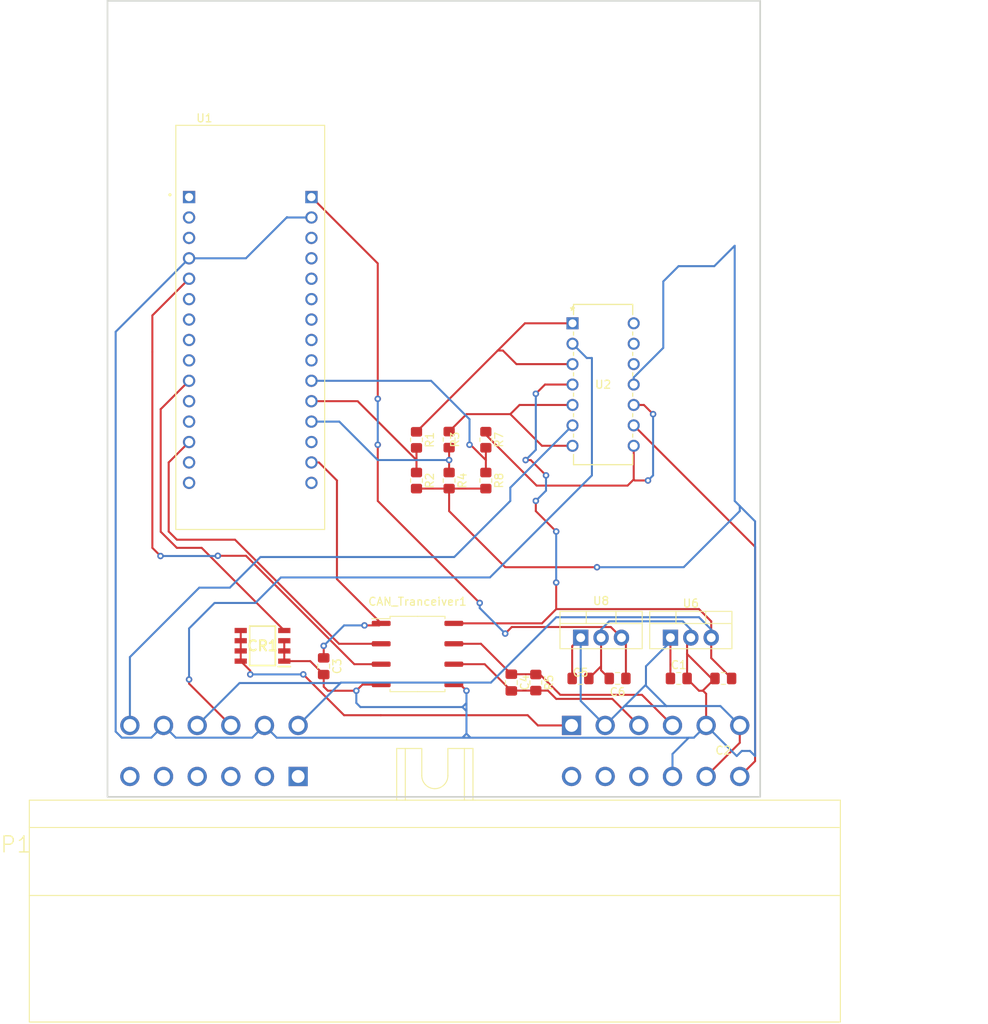
<source format=kicad_pcb>
(kicad_pcb (version 20221018) (generator pcbnew)
  (layers (0 "F.Cu" signal) (31 "B.Cu" signal) (34 "B.Paste" user) (35 "F.Paste" user) (36 "B.SilkS" user "B.Silkscreen") (37 "F.SilkS" user "F.Silkscreen") (38 "B.Mask" user) (39 "F.Mask" user) (44 "Edge.Cuts" user))
  (net 0 "")
  (net 1 "+12V")
  (net 2 "GND")
  (net 3 "+3.3V")
  (net 4 "/CANH")
  (net 5 "/CANL")
  (net 6 "/D10 OUT")
  (net 7 "/D2 OUT")
  (net 8 "/RTDS Control")
  (net 9 "/RTDS GND")
  (net 10 "+5V")
  (net 11 "+9V")
  (net 12 "/OUT2")
  (net 13 "/OUT1")
  (net 14 "/Brake Sensor")
  (net 15 "/LED")
  (net 16 "Net-(U2A-+)")
  (net 17 "/OUT1*")
  (net 27 "Net-(U2B-+)")
  (net 28 "/OUT2*")
  (net 29 "Net-(U2C-+)")
  (net 30 "/Brake Sensor*")
  (footprint "Package_TO_SOT_THT:TO-220-3_Vertical" (layer "F.Cu") (at 240.284 114.808)
    (fp_text reference "U6" (at 2.54 -4.27) (layer "F.SilkS"))
    (fp_text value "LM7805_TO220")
    (pad "1" thru_hole rect (at 0 0) (size 1.905 2) (drill 1.1) (layers "*.Cu" "*.Mask") (net 1 "+12V"))
    (pad "2" thru_hole oval (at 2.54 0) (size 1.905 2) (drill 1.1) (layers "*.Cu" "*.Mask") (net 2 "GND"))
    (pad "3" thru_hole oval (at 5.08 0) (size 1.905 2) (drill 1.1) (layers "*.Cu" "*.Mask") (net 10 "+5V"))
  )
  (footprint "Capacitor_SMD:C_0805_2012Metric_Pad1.18x1.45mm_HandSolder" (layer "F.Cu") (at 233.7015 119.888 180)
    (fp_text reference "C6" (at 0 -1.68) (layer "F.SilkS"))
    (fp_text value "0.1 mF")
    (pad "1" smd roundrect (at -1.0375 0 180) (size 1.175 1.45) (layers "F.Cu" "F.Paste" "F.Mask") (roundrect_rratio 0.212766) (net 11 "+9V"))
    (pad "2" smd roundrect (at 1.0375 0 180) (size 1.175 1.45) (layers "F.Cu" "F.Paste" "F.Mask") (roundrect_rratio 0.212766) (net 2 "GND"))
  )
  (footprint "1FS_2_Global_Footprint_Library:MODULE_NUCLEO-L432KC" (layer "F.Cu") (at 187.96 76.2)
    (fp_text reference "U1" (at -5.715 -26.035) (layer "F.SilkS"))
    (fp_text value "NUCLEO-L432KC")
    (pad "CN3_1" thru_hole rect (at -7.62 -16.215) (size 1.53 1.53) (drill 1.02) (layers "*.Cu" "*.Mask"))
    (pad "CN3_2" thru_hole circle (at -7.62 -13.675) (size 1.53 1.53) (drill 1.02) (layers "*.Cu" "*.Mask"))
    (pad "CN3_3" thru_hole circle (at -7.62 -11.135) (size 1.53 1.53) (drill 1.02) (layers "*.Cu" "*.Mask"))
    (pad "CN3_4" thru_hole circle (at -7.62 -8.595) (size 1.53 1.53) (drill 1.02) (layers "*.Cu" "*.Mask") (net 2 "GND"))
    (pad "CN3_5" thru_hole circle (at -7.62 -6.055) (size 1.53 1.53) (drill 1.02) (layers "*.Cu" "*.Mask") (net 7 "/D2 OUT"))
    (pad "CN3_6" thru_hole circle (at -7.62 -3.515) (size 1.53 1.53) (drill 1.02) (layers "*.Cu" "*.Mask") (net 15 "/LED"))
    (pad "CN3_7" thru_hole circle (at -7.62 -0.975) (size 1.53 1.53) (drill 1.02) (layers "*.Cu" "*.Mask"))
    (pad "CN3_8" thru_hole circle (at -7.62 1.565) (size 1.53 1.53) (drill 1.02) (layers "*.Cu" "*.Mask"))
    (pad "CN3_9" thru_hole circle (at -7.62 4.105) (size 1.53 1.53) (drill 1.02) (layers "*.Cu" "*.Mask"))
    (pad "CN3_10" thru_hole circle (at -7.62 6.645) (size 1.53 1.53) (drill 1.02) (layers "*.Cu" "*.Mask") (net 8 "/RTDS Control"))
    (pad "CN3_11" thru_hole circle (at -7.62 9.185) (size 1.53 1.53) (drill 1.02) (layers "*.Cu" "*.Mask"))
    (pad "CN3_12" thru_hole circle (at -7.62 11.725) (size 1.53 1.53) (drill 1.02) (layers "*.Cu" "*.Mask"))
    (pad "CN3_13" thru_hole circle (at -7.62 14.265) (size 1.53 1.53) (drill 1.02) (layers "*.Cu" "*.Mask") (net 6 "/D10 OUT"))
    (pad "CN3_14" thru_hole circle (at -7.62 16.805) (size 1.53 1.53) (drill 1.02) (layers "*.Cu" "*.Mask"))
    (pad "CN3_15" thru_hole circle (at -7.62 19.345) (size 1.53 1.53) (drill 1.02) (layers "*.Cu" "*.Mask"))
    (pad "CN4_1" thru_hole rect (at 7.62 -16.215) (size 1.53 1.53) (drill 1.02) (layers "*.Cu" "*.Mask") (net 11 "+9V"))
    (pad "CN4_2" thru_hole circle (at 7.62 -13.675) (size 1.53 1.53) (drill 1.02) (layers "*.Cu" "*.Mask") (net 2 "GND"))
    (pad "CN4_3" thru_hole circle (at 7.62 -11.135) (size 1.53 1.53) (drill 1.02) (layers "*.Cu" "*.Mask"))
    (pad "CN4_4" thru_hole circle (at 7.62 -8.595) (size 1.53 1.53) (drill 1.02) (layers "*.Cu" "*.Mask"))
    (pad "CN4_5" thru_hole circle (at 7.62 -6.055) (size 1.53 1.53) (drill 1.02) (layers "*.Cu" "*.Mask"))
    (pad "CN4_6" thru_hole circle (at 7.62 -3.515) (size 1.53 1.53) (drill 1.02) (layers "*.Cu" "*.Mask"))
    (pad "CN4_7" thru_hole circle (at 7.62 -0.975) (size 1.53 1.53) (drill 1.02) (layers "*.Cu" "*.Mask"))
    (pad "CN4_8" thru_hole circle (at 7.62 1.565) (size 1.53 1.53) (drill 1.02) (layers "*.Cu" "*.Mask"))
    (pad "CN4_9" thru_hole circle (at 7.62 4.105) (size 1.53 1.53) (drill 1.02) (layers "*.Cu" "*.Mask"))
    (pad "CN4_10" thru_hole circle (at 7.62 6.645) (size 1.53 1.53) (drill 1.02) (layers "*.Cu" "*.Mask") (net 30 "/Brake Sensor*"))
    (pad "CN4_11" thru_hole circle (at 7.62 9.185) (size 1.53 1.53) (drill 1.02) (layers "*.Cu" "*.Mask") (net 17 "/OUT1*"))
    (pad "CN4_12" thru_hole circle (at 7.62 11.725) (size 1.53 1.53) (drill 1.02) (layers "*.Cu" "*.Mask") (net 28 "/OUT2*"))
    (pad "CN4_13" thru_hole circle (at 7.62 14.265) (size 1.53 1.53) (drill 1.02) (layers "*.Cu" "*.Mask"))
    (pad "CN4_14" thru_hole circle (at 7.62 16.805) (size 1.53 1.53) (drill 1.02) (layers "*.Cu" "*.Mask") (net 3 "+3.3V"))
    (pad "CN4_15" thru_hole circle (at 7.62 19.345) (size 1.53 1.53) (drill 1.02) (layers "*.Cu" "*.Mask"))
  )
  (footprint "Package_SO:SOP-8_6.62x9.15mm_P2.54mm" (layer "F.Cu") (at 208.788 116.84)
    (fp_text reference "CAN_Tranceiver1" (at 0 -6.52) (layer "F.SilkS"))
    (fp_text value "ISO1050DUB")
    (pad "1" smd roundrect (at -4.525 -3.81) (size 2.35 0.65) (layers "F.Cu" "F.Paste" "F.Mask") (net 3 "+3.3V"))
    (pad "2" smd roundrect (at -4.525 -1.27) (size 2.35 0.65) (layers "F.Cu" "F.Paste" "F.Mask") (net 6 "/D10 OUT"))
    (pad "3" smd roundrect (at -4.525 1.27) (size 2.35 0.65) (layers "F.Cu" "F.Paste" "F.Mask") (net 7 "/D2 OUT"))
    (pad "4" smd roundrect (at -4.525 3.81) (size 2.35 0.65) (layers "F.Cu" "F.Paste" "F.Mask") (net 2 "GND"))
    (pad "5" smd roundrect (at 4.525 3.81) (size 2.35 0.65) (layers "F.Cu" "F.Paste" "F.Mask") (net 2 "GND"))
    (pad "6" smd roundrect (at 4.525 1.27) (size 2.35 0.65) (layers "F.Cu" "F.Paste" "F.Mask") (net 5 "/CANL"))
    (pad "7" smd roundrect (at 4.525 -1.27) (size 2.35 0.65) (layers "F.Cu" "F.Paste" "F.Mask") (net 4 "/CANH"))
    (pad "8" smd roundrect (at 4.525 -3.81) (size 2.35 0.65) (layers "F.Cu" "F.Paste" "F.Mask") (net 10 "+5V"))
  )
  (footprint "Resistor_SMD:R_0805_2012Metric_Pad1.20x1.40mm_HandSolder" (layer "F.Cu") (at 217.297 95.258 -90)
    (fp_text reference "R8" (at 0 -1.65 90) (layer "F.SilkS"))
    (fp_text value "330kO")
    (pad "1" smd roundrect (at -1 0 270) (size 1.2 1.4) (layers "F.Cu" "F.Paste" "F.Mask") (roundrect_rratio 0.208333) (net 30 "/Brake Sensor*"))
    (pad "2" smd roundrect (at 1 0 270) (size 1.2 1.4) (layers "F.Cu" "F.Paste" "F.Mask") (roundrect_rratio 0.208333) (net 2 "GND"))
  )
  (footprint "Resistor_SMD:R_0805_2012Metric_Pad1.20x1.40mm_HandSolder" (layer "F.Cu") (at 208.661 90.194 -90)
    (fp_text reference "R1" (at 0 -1.65 90) (layer "F.SilkS"))
    (fp_text value "180kO")
    (pad "1" smd roundrect (at -1 0 270) (size 1.2 1.4) (layers "F.Cu" "F.Paste" "F.Mask") (roundrect_rratio 0.208333) (net 16 "Net-(U2A-+)"))
    (pad "2" smd roundrect (at 1 0 270) (size 1.2 1.4) (layers "F.Cu" "F.Paste" "F.Mask") (roundrect_rratio 0.208333) (net 17 "/OUT1*"))
  )
  (footprint "Resistor_SMD:R_0805_2012Metric_Pad1.20x1.40mm_HandSolder" (layer "F.Cu") (at 223.52 120.396 -90)
    (fp_text reference "R5" (at 0 -1.65 90) (layer "F.SilkS"))
    (fp_text value "120 O")
    (pad "1" smd roundrect (at -1 0 270) (size 1.2 1.4) (layers "F.Cu" "F.Paste" "F.Mask") (roundrect_rratio 0.208333) (net 4 "/CANH"))
    (pad "2" smd roundrect (at 1 0 270) (size 1.2 1.4) (layers "F.Cu" "F.Paste" "F.Mask") (roundrect_rratio 0.208333) (net 5 "/CANL"))
  )
  (footprint "Capacitor_SMD:C_0805_2012Metric_Pad1.18x1.45mm_HandSolder" (layer "F.Cu") (at 246.8665 119.888 180)
    (fp_text reference "C2" (at 0 -8.96) (layer "F.SilkS"))
    (fp_text value "0.1 mF")
    (pad "1" smd roundrect (at -1.0375 0 180) (size 1.175 1.45) (layers "F.Cu" "F.Paste" "F.Mask") (roundrect_rratio 0.212766) (net 10 "+5V"))
    (pad "2" smd roundrect (at 1.0375 0 180) (size 1.175 1.45) (layers "F.Cu" "F.Paste" "F.Mask") (roundrect_rratio 0.212766) (net 2 "GND"))
  )
  (footprint "1FS_2_Global_Footprint_Library:TE_DTM1312PC12PDR008" (layer "F.Cu") (at 210.945 130.12)
    (fp_text reference "P1" (at -52.16863 10.42965) (layer "F.SilkS") (effects (font (size 2.005717 2.005717))))
    (fp_text value "DTM1312PC12PDR008")
    (pad "C1" thru_hole rect (at -17.025 1.96) (size 2.4 2.4) (drill 1.6) (layers "*.Cu" "*.Mask"))
    (pad "C2" thru_hole circle (at -21.215 1.96) (size 2.4 2.4) (drill 1.6) (layers "*.Cu" "*.Mask"))
    (pad "C3" thru_hole circle (at -25.405 1.96) (size 2.4 2.4) (drill 1.6) (layers "*.Cu" "*.Mask"))
    (pad "C4" thru_hole circle (at -29.595 1.96) (size 2.4 2.4) (drill 1.6) (layers "*.Cu" "*.Mask"))
    (pad "C5" thru_hole circle (at -33.785 1.96) (size 2.4 2.4) (drill 1.6) (layers "*.Cu" "*.Mask"))
    (pad "C6" thru_hole circle (at -37.975 1.96) (size 2.4 2.4) (drill 1.6) (layers "*.Cu" "*.Mask"))
    (pad "C7" thru_hole circle (at -37.975 -4.39) (size 2.4 2.4) (drill 1.6) (layers "*.Cu" "*.Mask") (net 12 "/OUT2"))
    (pad "C8" thru_hole circle (at -33.785 -4.39) (size 2.4 2.4) (drill 1.6) (layers "*.Cu" "*.Mask") (net 2 "GND"))
    (pad "C9" thru_hole circle (at -29.595 -4.39) (size 2.4 2.4) (drill 1.6) (layers "*.Cu" "*.Mask") (net 10 "+5V"))
    (pad "C10" thru_hole circle (at -25.405 -4.39) (size 2.4 2.4) (drill 1.6) (layers "*.Cu" "*.Mask") (net 13 "/OUT1"))
    (pad "C11" thru_hole circle (at -21.215 -4.39) (size 2.4 2.4) (drill 1.6) (layers "*.Cu" "*.Mask") (net 2 "GND"))
    (pad "C12" thru_hole circle (at -17.025 -4.39) (size 2.4 2.4) (drill 1.6) (layers "*.Cu" "*.Mask") (net 10 "+5V"))
    (pad "D1" thru_hole rect (at 17.025 -4.39) (size 2.4 2.4) (drill 1.6) (layers "*.Cu" "*.Mask") (net 9 "/RTDS GND"))
    (pad "D2" thru_hole circle (at 21.215 -4.39) (size 2.4 2.4) (drill 1.6) (layers "*.Cu" "*.Mask") (net 1 "+12V"))
    (pad "D3" thru_hole circle (at 25.405 -4.39) (size 2.4 2.4) (drill 1.6) (layers "*.Cu" "*.Mask") (net 5 "/CANL"))
    (pad "D4" thru_hole circle (at 29.595 -4.39) (size 2.4 2.4) (drill 1.6) (layers "*.Cu" "*.Mask") (net 4 "/CANH"))
    (pad "D5" thru_hole circle (at 33.785 -4.39) (size 2.4 2.4) (drill 1.6) (layers "*.Cu" "*.Mask") (net 2 "GND"))
    (pad "D6" thru_hole circle (at 37.975 -4.39) (size 2.4 2.4) (drill 1.6) (layers "*.Cu" "*.Mask") (net 1 "+12V"))
    (pad "D7" thru_hole circle (at 37.975 1.96) (size 2.4 2.4) (drill 1.6) (layers "*.Cu" "*.Mask") (net 14 "/Brake Sensor"))
    (pad "D8" thru_hole circle (at 33.785 1.96) (size 2.4 2.4) (drill 1.6) (layers "*.Cu" "*.Mask") (net 1 "+12V"))
    (pad "D9" thru_hole circle (at 29.595 1.96) (size 2.4 2.4) (drill 1.6) (layers "*.Cu" "*.Mask") (net 2 "GND"))
    (pad "D10" thru_hole circle (at 25.405 1.96) (size 2.4 2.4) (drill 1.6) (layers "*.Cu" "*.Mask"))
    (pad "D11" thru_hole circle (at 21.215 1.96) (size 2.4 2.4) (drill 1.6) (layers "*.Cu" "*.Mask"))
    (pad "D12" thru_hole circle (at 17.025 1.96) (size 2.4 2.4) (drill 1.6) (layers "*.Cu" "*.Mask"))
  )
  (footprint "Capacitor_SMD:C_0805_2012Metric_Pad1.18x1.45mm_HandSolder" (layer "F.Cu") (at 241.3215 119.888)
    (fp_text reference "C1" (at 0 -1.68) (layer "F.SilkS"))
    (fp_text value "0.33 mF")
    (pad "1" smd roundrect (at -1.0375 0) (size 1.175 1.45) (layers "F.Cu" "F.Paste" "F.Mask") (roundrect_rratio 0.212766) (net 1 "+12V"))
    (pad "2" smd roundrect (at 1.0375 0) (size 1.175 1.45) (layers "F.Cu" "F.Paste" "F.Mask") (roundrect_rratio 0.212766) (net 2 "GND"))
  )
  (footprint "Capacitor_SMD:C_0805_2012Metric_Pad1.18x1.45mm_HandSolder" (layer "F.Cu") (at 220.472 120.396 -90)
    (fp_text reference "C4" (at 0 -1.68 90) (layer "F.SilkS"))
    (fp_text value "100nF")
    (pad "1" smd roundrect (at -1.0375 0 270) (size 1.175 1.45) (layers "F.Cu" "F.Paste" "F.Mask") (roundrect_rratio 0.212766) (net 4 "/CANH"))
    (pad "2" smd roundrect (at 1.0375 0 270) (size 1.175 1.45) (layers "F.Cu" "F.Paste" "F.Mask") (roundrect_rratio 0.212766) (net 5 "/CANL"))
  )
  (footprint "FSFootprints:PDIP14_300MC_MCH" (layer "F.Cu") (at 228.092 75.692)
    (fp_text reference "U2" (at 3.81 7.62 unlocked) (layer "F.SilkS"))
    (fp_text value "MCP6004")
    (fp_text user "*" (at 0 -1.5113 unlocked) (layer "F.SilkS"))
    (fp_text user "*" (at 0 -1.5113) (layer "F.SilkS"))
    (pad "1" thru_hole rect (at 0 0) (size 1.4986 1.4986) (drill 0.9906) (layers "*.Cu" "*.Mask") (net 16 "Net-(U2A-+)"))
    (pad "2" thru_hole circle (at 0 2.54) (size 1.4986 1.4986) (drill 0.9906) (layers "*.Cu" "*.Mask") (net 13 "/OUT1"))
    (pad "3" thru_hole circle (at 0 5.08) (size 1.4986 1.4986) (drill 0.9906) (layers "*.Cu" "*.Mask") (net 16 "Net-(U2A-+)"))
    (pad "4" thru_hole circle (at 0 7.62) (size 1.4986 1.4986) (drill 0.9906) (layers "*.Cu" "*.Mask") (net 10 "+5V"))
    (pad "5" thru_hole circle (at 0 10.16) (size 1.4986 1.4986) (drill 0.9906) (layers "*.Cu" "*.Mask") (net 27 "Net-(U2B-+)"))
    (pad "6" thru_hole circle (at 0 12.7) (size 1.4986 1.4986) (drill 0.9906) (layers "*.Cu" "*.Mask") (net 12 "/OUT2"))
    (pad "7" thru_hole circle (at 0 15.24) (size 1.4986 1.4986) (drill 0.9906) (layers "*.Cu" "*.Mask") (net 27 "Net-(U2B-+)"))
    (pad "8" thru_hole circle (at 7.62 15.24) (size 1.4986 1.4986) (drill 0.9906) (layers "*.Cu" "*.Mask") (net 29 "Net-(U2C-+)"))
    (pad "9" thru_hole circle (at 7.62 12.7) (size 1.4986 1.4986) (drill 0.9906) (layers "*.Cu" "*.Mask") (net 14 "/Brake Sensor"))
    (pad "10" thru_hole circle (at 7.62 10.16) (size 1.4986 1.4986) (drill 0.9906) (layers "*.Cu" "*.Mask") (net 29 "Net-(U2C-+)"))
    (pad "11" thru_hole circle (at 7.62 7.62) (size 1.4986 1.4986) (drill 0.9906) (layers "*.Cu" "*.Mask") (net 2 "GND"))
    (pad "12" thru_hole circle (at 7.62 5.08) (size 1.4986 1.4986) (drill 0.9906) (layers "*.Cu" "*.Mask"))
    (pad "13" thru_hole circle (at 7.62 2.54) (size 1.4986 1.4986) (drill 0.9906) (layers "*.Cu" "*.Mask"))
    (pad "14" thru_hole circle (at 7.62 0) (size 1.4986 1.4986) (drill 0.9906) (layers "*.Cu" "*.Mask"))
  )
  (footprint "Resistor_SMD:R_0805_2012Metric_Pad1.20x1.40mm_HandSolder" (layer "F.Cu") (at 212.725 90.162 -90)
    (fp_text reference "R3" (at 0 -0.735 90) (layer "F.SilkS"))
    (fp_text value "180kO")
    (pad "1" smd roundrect (at -1 0 270) (size 1.2 1.4) (layers "F.Cu" "F.Paste" "F.Mask") (roundrect_rratio 0.208333) (net 27 "Net-(U2B-+)"))
    (pad "2" smd roundrect (at 1 0 270) (size 1.2 1.4) (layers "F.Cu" "F.Paste" "F.Mask") (roundrect_rratio 0.208333) (net 28 "/OUT2*"))
  )
  (footprint "Capacitor_SMD:C_0805_2012Metric_Pad1.18x1.45mm_HandSolder" (layer "F.Cu") (at 229.0865 119.888)
    (fp_text reference "C5" (at 0 -0.735) (layer "F.SilkS"))
    (fp_text value "0.33mF")
    (pad "1" smd roundrect (at -1.0375 0) (size 1.175 1.45) (layers "F.Cu" "F.Paste" "F.Mask") (roundrect_rratio 0.212766) (net 1 "+12V"))
    (pad "2" smd roundrect (at 1.0375 0) (size 1.175 1.45) (layers "F.Cu" "F.Paste" "F.Mask") (roundrect_rratio 0.212766) (net 2 "GND"))
  )
  (footprint "Capacitor_SMD:C_0805_2012Metric_Pad1.18x1.45mm_HandSolder" (layer "F.Cu") (at 197.104 118.364 -90)
    (fp_text reference "C3" (at 0 -1.68 90) (layer "F.SilkS"))
    (fp_text value "100nF")
    (pad "1" smd roundrect (at -1.0375 0 270) (size 1.175 1.45) (layers "F.Cu" "F.Paste" "F.Mask") (roundrect_rratio 0.212766) (net 3 "+3.3V"))
    (pad "2" smd roundrect (at 1.0375 0 270) (size 1.175 1.45) (layers "F.Cu" "F.Paste" "F.Mask") (roundrect_rratio 0.212766) (net 2 "GND"))
  )
  (footprint "Resistor_SMD:R_0805_2012Metric_Pad1.20x1.40mm_HandSolder" (layer "F.Cu") (at 217.297 90.178 -90)
    (fp_text reference "R7" (at 0 -1.65 90) (layer "F.SilkS"))
    (fp_text value "180kO")
    (pad "1" smd roundrect (at -1 0 270) (size 1.2 1.4) (layers "F.Cu" "F.Paste" "F.Mask") (roundrect_rratio 0.208333) (net 29 "Net-(U2C-+)"))
    (pad "2" smd roundrect (at 1 0 270) (size 1.2 1.4) (layers "F.Cu" "F.Paste" "F.Mask") (roundrect_rratio 0.208333) (net 30 "/Brake Sensor*"))
  )
  (footprint "1FS_2_Global_Footprint_Library:SOIC127P600X175-8N" (layer "F.Cu") (at 189.484 115.824 180)
    (fp_text reference "CR1" (at 0 0) (layer "F.SilkS") (effects (font (size 1.27 1.27) (thickness 0.254))))
    (fp_text value "STS6NF20V" hide)
    (pad "1" smd rect (at -2.712 -1.905 270) (size 0.65 1.525) (layers "F.Cu" "F.Paste" "F.Mask") (net 2 "GND"))
    (pad "2" smd rect (at -2.712 -0.635 270) (size 0.65 1.525) (layers "F.Cu" "F.Paste" "F.Mask") (net 2 "GND"))
    (pad "3" smd rect (at -2.712 0.635 270) (size 0.65 1.525) (layers "F.Cu" "F.Paste" "F.Mask") (net 2 "GND"))
    (pad "4" smd rect (at -2.712 1.905 270) (size 0.65 1.525) (layers "F.Cu" "F.Paste" "F.Mask") (net 8 "/RTDS Control"))
    (pad "5" smd rect (at 2.712 1.905 270) (size 0.65 1.525) (layers "F.Cu" "F.Paste" "F.Mask") (net 9 "/RTDS GND"))
    (pad "6" smd rect (at 2.712 0.635 270) (size 0.65 1.525) (layers "F.Cu" "F.Paste" "F.Mask") (net 9 "/RTDS GND"))
    (pad "7" smd rect (at 2.712 -0.635 270) (size 0.65 1.525) (layers "F.Cu" "F.Paste" "F.Mask") (net 9 "/RTDS GND"))
    (pad "8" smd rect (at 2.712 -1.905 270) (size 0.65 1.525) (layers "F.Cu" "F.Paste" "F.Mask") (net 9 "/RTDS GND"))
  )
  (footprint "Resistor_SMD:R_0805_2012Metric_Pad1.20x1.40mm_HandSolder" (layer "F.Cu") (at 208.661 95.258 -90)
    (fp_text reference "R2" (at 0 -1.65 90) (layer "F.SilkS"))
    (fp_text value "330kO")
    (pad "1" smd roundrect (at -1 0 270) (size 1.2 1.4) (layers "F.Cu" "F.Paste" "F.Mask") (roundrect_rratio 0.208333) (net 17 "/OUT1*"))
    (pad "2" smd roundrect (at 1 0 270) (size 1.2 1.4) (layers "F.Cu" "F.Paste" "F.Mask") (roundrect_rratio 0.208333) (net 2 "GND"))
  )
  (footprint "Package_TO_SOT_THT:TO-220-3_Vertical" (layer "F.Cu") (at 229.108 114.808)
    (fp_text reference "U8" (at 2.54 -4.572) (layer "F.SilkS"))
    (fp_text value "LM7809_TO220")
    (pad "1" thru_hole rect (at 0 0) (size 1.905 2) (drill 1.1) (layers "*.Cu" "*.Mask") (net 1 "+12V"))
    (pad "2" thru_hole oval (at 2.54 0) (size 1.905 2) (drill 1.1) (layers "*.Cu" "*.Mask") (net 2 "GND"))
    (pad "3" thru_hole oval (at 5.08 0) (size 1.905 2) (drill 1.1) (layers "*.Cu" "*.Mask") (net 11 "+9V"))
  )
  (footprint "Resistor_SMD:R_0805_2012Metric_Pad1.20x1.40mm_HandSolder" (layer "F.Cu") (at 212.725 95.258 -90)
    (fp_text reference "R4" (at 0 -1.65 90) (layer "F.SilkS"))
    (fp_text value "330kO")
    (pad "1" smd roundrect (at -1 0 270) (size 1.2 1.4) (layers "F.Cu" "F.Paste" "F.Mask") (roundrect_rratio 0.208333) (net 28 "/OUT2*"))
    (pad "2" smd roundrect (at 1 0 270) (size 1.2 1.4) (layers "F.Cu" "F.Paste" "F.Mask") (roundrect_rratio 0.208333) (net 2 "GND"))
  )
  (gr_rect (start 170.18 35.56) (end 251.46 134.62) (stroke (width 0.2)) (fill none) (layer "Edge.Cuts"))
  (segment (start 228.049 115.867) (end 229.108 114.808) (width 0.25) (layer "F.Cu") (net 1))
  (segment (start 240.284 114.808) (end 240.284 119.888) (width 0.25) (layer "F.Cu") (net 1))
  (segment (start 228.049 119.888) (end 228.049 115.867) (width 0.25) (layer "F.Cu") (net 1))
  (segment (start 248.92 127.89) (end 248.92 125.73) (width 0.25) (layer "F.Cu") (net 1))
  (segment (start 239.776 114.808) (end 240.284 114.808) (width 0.25) (layer "F.Cu") (net 1))
  (segment (start 244.73 132.08) (end 248.92 127.89) (width 0.25) (layer "F.Cu") (net 1))
  (segment (start 237.236 120.779) (end 239.776 123.319) (width 0.25) (layer "B.Cu") (net 1))
  (segment (start 232.16 125.73) (end 229.108 122.678) (width 0.25) (layer "B.Cu") (net 1))
  (segment (start 240.284 115.316) (end 240.284 114.808) (width 0.25) (layer "B.Cu") (net 1))
  (segment (start 229.108 122.678) (end 229.108 114.808) (width 0.25) (layer "B.Cu") (net 1))
  (segment (start 234.571 123.319) (end 239.776 123.319) (width 0.25) (layer "B.Cu") (net 1))
  (segment (start 239.776 123.319) (end 246.509 123.319) (width 0.25) (layer "B.Cu") (net 1))
  (segment (start 237.236 120.654) (end 237.236 118.364) (width 0.25) (layer "B.Cu") (net 1))
  (segment (start 237.236 120.654) (end 237.236 120.779) (width 0.25) (layer "B.Cu") (net 1))
  (segment (start 232.16 125.73) (end 234.571 123.319) (width 0.25) (layer "B.Cu") (net 1))
  (segment (start 246.509 123.319) (end 248.92 125.73) (width 0.25) (layer "B.Cu") (net 1))
  (segment (start 237.236 118.364) (end 240.284 115.316) (width 0.25) (layer "B.Cu") (net 1))
  (segment (start 234.571 123.319) (end 237.236 120.654) (width 0.25) (layer "B.Cu") (net 1))
  (segment (start 243.84 121.412) (end 242.359 119.931) (width 0.25) (layer "F.Cu") (net 2))
  (segment (start 197.104 120.904) (end 197.612 121.412) (width 0.25) (layer "F.Cu") (net 2))
  (segment (start 243.84 121.412) (end 244.305 121.412) (width 0.25) (layer "F.Cu") (net 2))
  (segment (start 231.648 118.364) (end 230.124 119.888) (width 0.25) (layer "F.Cu") (net 2))
  (segment (start 214.884 121.412) (end 214.122 120.65) (width 0.25) (layer "F.Cu") (net 2))
  (segment (start 242.359 119.931) (end 242.359 119.888) (width 0.25) (layer "F.Cu") (net 2))
  (segment (start 192.196 116.459) (end 192.196 115.189) (width 0.25) (layer "F.Cu") (net 2))
  (segment (start 231.648 114.808) (end 231.648 118.364) (width 0.25) (layer "F.Cu") (net 2))
  (segment (start 201.93 120.65) (end 204.263 120.65) (width 0.25) (layer "F.Cu") (net 2))
  (segment (start 244.305 121.412) (end 244.3265 121.3905) (width 0.25) (layer "F.Cu") (net 2))
  (segment (start 197.612 121.412) (end 201.168 121.412) (width 0.25) (layer "F.Cu") (net 2))
  (segment (start 245.364 119.888) (end 245.829 119.888) (width 0.25) (layer "F.Cu") (net 2))
  (segment (start 232.664 119.38) (end 232.664 119.888) (width 0.25) (layer "F.Cu") (net 2))
  (segment (start 212.725 96.258) (end 217.297 96.258) (width 0.25) (layer "F.Cu") (net 2))
  (segment (start 195.4315 117.729) (end 197.104 119.4015) (width 0.25) (layer "F.Cu") (net 2))
  (segment (start 219.71 106.045) (end 231.14 106.045) (width 0.25) (layer "F.Cu") (net 2))
  (segment (start 245.829 119.888) (end 245.407 119.888) (width 0.25) (layer "F.Cu") (net 2))
  (segment (start 244.73 121.794) (end 244.73 125.73) (width 0.25) (layer "F.Cu") (net 2))
  (segment (start 232.664 120.396) (end 232.664 119.888) (width 0.25) (layer "F.Cu") (net 2))
  (segment (start 197.104 119.4015) (end 197.104 120.904) (width 0.25) (layer "F.Cu") (net 2))
  (segment (start 242.359 119.888) (end 242.359 116.84) (width 0.25) (layer "F.Cu") (net 2))
  (segment (start 214.122 120.65) (end 213.313 120.65) (width 0.25) (layer "F.Cu") (net 2))
  (segment (start 242.359 116.84) (end 242.359 115.273) (width 0.25) (layer "F.Cu") (net 2))
  (segment (start 244.3265 121.3905) (end 245.829 119.888) (width 0.25) (layer "F.Cu") (net 2))
  (segment (start 244.3265 121.3905) (end 244.73 121.794) (width 0.25) (layer "F.Cu") (net 2))
  (segment (start 192.196 117.729) (end 195.4315 117.729) (width 0.25) (layer "F.Cu") (net 2))
  (segment (start 208.661 96.258) (end 212.725 96.258) (width 0.25) (layer "F.Cu") (net 2))
  (segment (start 231.648 118.872) (end 232.664 119.888) (width 0.25) (layer "F.Cu") (net 2))
  (segment (start 212.725 96.258) (end 212.725 99.06) (width 0.25) (layer "F.Cu") (net 2))
  (segment (start 192.196 117.729) (end 192.196 116.459) (width 0.25) (layer "F.Cu") (net 2))
  (segment (start 212.725 99.06) (end 219.71 106.045) (width 0.25) (layer "F.Cu") (net 2))
  (segment (start 245.407 119.888) (end 242.359 116.84) (width 0.25) (layer "F.Cu") (net 2))
  (segment (start 242.359 115.273) (end 242.824 114.808) (width 0.25) (layer "F.Cu") (net 2))
  (segment (start 231.648 118.364) (end 231.648 118.872) (width 0.25) (layer "F.Cu") (net 2))
  (segment (start 201.168 121.412) (end 201.93 120.65) (width 0.25) (layer "F.Cu") (net 2))
  (via (at 201.168 121.412) (size 0.8) (drill 0.4) (layers "F.Cu" "B.Cu") (net 2))
  (via (at 231.14 106.045) (size 0.8) (drill 0.4) (layers "F.Cu" "B.Cu") (net 2))
  (via (at 214.884 121.412) (size 0.8) (drill 0.4) (layers "F.Cu" "B.Cu") (net 2))
  (segment (start 214.884 126.747) (end 215.392 127.255) (width 0.25) (layer "B.Cu") (net 2))
  (segment (start 187.411 67.605) (end 192.532 62.484) (width 0.25) (layer "B.Cu") (net 2))
  (segment (start 171.953881 127.249881) (end 171.196 126.492) (width 0.25) (layer "B.Cu") (net 2))
  (segment (start 214.884 122.936) (end 214.376 123.444) (width 0.25) (layer "B.Cu") (net 2))
  (segment (start 248.54 129.54) (end 249.175 128.905) (width 0.25) (layer "B.Cu") (net 2))
  (segment (start 192.532 62.484) (end 192.573 62.525) (width 0.25) (layer "B.Cu") (net 2))
  (segment (start 241.3 68.58) (end 245.745 68.58) (width 0.25) (layer "B.Cu") (net 2))
  (segment (start 177.16 125.73) (end 175.640119 127.249881) (width 0.25) (layer "B.Cu") (net 2))
  (segment (start 248.92 98.425) (end 248.285 97.79) (width 0.25) (layer "B.Cu") (net 2))
  (segment (start 192.573 62.525) (end 195.58 62.525) (width 0.25) (layer "B.Cu") (net 2))
  (segment (start 244.73 125.73) (end 248.54 129.54) (width 0.25) (layer "B.Cu") (net 2))
  (segment (start 241.935 106.045) (end 248.92 99.06) (width 0.25) (layer "B.Cu") (net 2))
  (segment (start 243.205 127.255) (end 244.73 125.73) (width 0.25) (layer "B.Cu") (net 2))
  (segment (start 180.34 67.605) (end 187.411 67.605) (width 0.25) (layer "B.Cu") (net 2))
  (segment (start 248.92 99.06) (end 248.92 98.425) (width 0.25) (layer "B.Cu") (net 2))
  (segment (start 249.175 128.905) (end 250.19 128.905) (width 0.25) (layer "B.Cu") (net 2))
  (segment (start 242.824 113.792) (end 242.824 114.808) (width 0.25) (layer "B.Cu") (net 2))
  (segment (start 232.664 112.776) (end 241.808 112.776) (width 0.25) (layer "B.Cu") (net 2))
  (segment (start 171.196 126.492) (end 171.196 76.749) (width 0.25) (layer "B.Cu") (net 2))
  (segment (start 175.640119 127.249881) (end 171.953881 127.249881) (width 0.25) (layer "B.Cu") (net 2))
  (segment (start 235.712 82.423) (end 239.395 78.74) (width 0.25) (layer "B.Cu") (net 2))
  (segment (start 245.745 68.58) (end 248.285 66.04) (width 0.25) (layer "B.Cu") (net 2))
  (segment (start 214.884 123.952) (end 214.884 126.747) (width 0.25) (layer "B.Cu") (net 2))
  (segment (start 178.679881 127.249881) (end 177.16 125.73) (width 0.25) (layer "B.Cu") (net 2))
  (segment (start 171.196 76.749) (end 180.34 67.605) (width 0.25) (layer "B.Cu") (net 2))
  (segment (start 214.376 123.444) (end 201.676 123.444) (width 0.25) (layer "B.Cu") (net 2))
  (segment (start 235.712 83.312) (end 235.712 82.423) (width 0.25) (layer "B.Cu") (net 2))
  (segment (start 214.376 123.444) (end 214.884 123.952) (width 0.25) (layer "B.Cu") (net 2))
  (segment (start 214.884 122.936) (end 214.884 123.952) (width 0.25) (layer "B.Cu") (net 2))
  (segment (start 242.569 127.255) (end 243.205 127.255) (width 0.25) (layer "B.Cu") (net 2))
  (segment (start 214.884 121.412) (end 214.884 122.936) (width 0.25) (layer "B.Cu") (net 2))
  (segment (start 240.54 132.08) (end 240.54 129.284) (width 0.25) (layer "B.Cu") (net 2))
  (segment (start 191.255 127.255) (end 214.376 127.255) (width 0.25) (layer "B.Cu") (net 2))
  (segment (start 240.54 129.284) (end 242.569 127.255) (width 0.25) (layer "B.Cu") (net 2))
  (segment (start 201.676 123.444) (end 201.168 122.936) (width 0.25) (layer "B.Cu") (net 2))
  (segment (start 231.648 114.808) (end 231.648 113.792) (width 0.25) (layer "B.Cu") (net 2))
  (segment (start 241.808 112.776) (end 242.824 113.792) (width 0.25) (layer "B.Cu") (net 2))
  (segment (start 201.168 122.936) (end 201.168 121.412) (width 0.25) (layer "B.Cu") (net 2))
  (segment (start 214.376 127.255) (end 215.392 127.255) (width 0.25) (layer "B.Cu") (net 2))
  (segment (start 214.884 126.747) (end 214.376 127.255) (width 0.25) (layer "B.Cu") (net 2))
  (segment (start 250.19 128.905) (end 250.825 129.54) (width 0.25) (layer "B.Cu") (net 2))
  (segment (start 189.73 125.73) (end 191.255 127.255) (width 0.25) (layer "B.Cu") (net 2))
  (segment (start 239.395 78.74) (end 239.395 70.485) (width 0.25) (layer "B.Cu") (net 2))
  (segment (start 239.395 70.485) (end 241.3 68.58) (width 0.25) (layer "B.Cu") (net 2))
  (segment (start 189.73 125.73) (end 188.210119 127.249881) (width 0.25) (layer "B.Cu") (net 2))
  (segment (start 188.210119 127.249881) (end 178.679881 127.249881) (width 0.25) (layer "B.Cu") (net 2))
  (segment (start 250.825 100.33) (end 248.92 98.425) (width 0.25) (layer "B.Cu") (net 2))
  (segment (start 248.285 97.79) (end 248.285 66.04) (width 0.25) (layer "B.Cu") (net 2))
  (segment (start 231.648 113.792) (end 232.664 112.776) (width 0.25) (layer "B.Cu") (net 2))
  (segment (start 250.825 129.54) (end 250.825 100.33) (width 0.25) (layer "B.Cu") (net 2))
  (segment (start 231.14 106.045) (end 241.935 106.045) (width 0.25) (layer "B.Cu") (net 2))
  (segment (start 215.392 127.255) (end 243.205 127.255) (width 0.25) (layer "B.Cu") (net 2))
  (segment (start 196.51 93.005) (end 198.755 95.25) (width 0.25) (layer "F.Cu") (net 3))
  (segment (start 197.104 117.3265) (end 197.104 115.824) (width 0.25) (layer "F.Cu") (net 3))
  (segment (start 204.009 113.284) (end 204.263 113.03) (width 0.25) (layer "F.Cu") (net 3))
  (segment (start 198.755 95.25) (end 198.755 107.522) (width 0.25) (layer "F.Cu") (net 3))
  (segment (start 198.755 107.522) (end 204.263 113.03) (width 0.25) (layer "F.Cu") (net 3))
  (segment (start 202.184 113.284) (end 204.009 113.284) (width 0.25) (layer "F.Cu") (net 3))
  (segment (start 195.58 93.005) (end 196.51 93.005) (width 0.25) (layer "F.Cu") (net 3))
  (via (at 197.104 115.824) (size 0.8) (drill 0.4) (layers "F.Cu" "B.Cu") (net 3))
  (via (at 202.184 113.284) (size 0.8) (drill 0.4) (layers "F.Cu" "B.Cu") (net 3))
  (segment (start 199.644 113.284) (end 202.184 113.284) (width 0.25) (layer "B.Cu") (net 3))
  (segment (start 197.104 115.824) (end 199.644 113.284) (width 0.25) (layer "B.Cu") (net 3))
  (segment (start 223.52 119.396) (end 224.044 119.396) (width 0.25) (layer "F.Cu") (net 4))
  (segment (start 220.472 119.3585) (end 223.4825 119.3585) (width 0.25) (layer "F.Cu") (net 4))
  (segment (start 236.73 121.92) (end 240.54 125.73) (width 0.25) (layer "F.Cu") (net 4))
  (segment (start 224.044 119.396) (end 226.568 121.92) (width 0.25) (layer "F.Cu") (net 4))
  (segment (start 216.6835 115.57) (end 220.472 119.3585) (width 0.25) (layer "F.Cu") (net 4))
  (segment (start 226.568 121.92) (end 236.73 121.92) (width 0.25) (layer "F.Cu") (net 4))
  (segment (start 223.4825 119.3585) (end 223.52 119.396) (width 0.25) (layer "F.Cu") (net 4))
  (segment (start 213.313 115.57) (end 216.6835 115.57) (width 0.25) (layer "F.Cu") (net 4))
  (segment (start 220.5095 121.396) (end 223.52 121.396) (width 0.25) (layer "F.Cu") (net 5))
  (segment (start 226.06 122.428) (end 233.048 122.428) (width 0.25) (layer "F.Cu") (net 5))
  (segment (start 220.472 121.4335) (end 220.5095 121.396) (width 0.25) (layer "F.Cu") (net 5))
  (segment (start 225.028 121.396) (end 226.06 122.428) (width 0.25) (layer "F.Cu") (net 5))
  (segment (start 223.52 121.396) (end 225.028 121.396) (width 0.25) (layer "F.Cu") (net 5))
  (segment (start 233.048 122.428) (end 236.35 125.73) (width 0.25) (layer "F.Cu") (net 5))
  (segment (start 217.1485 118.11) (end 220.472 121.4335) (width 0.25) (layer "F.Cu") (net 5))
  (segment (start 213.313 118.11) (end 217.1485 118.11) (width 0.25) (layer "F.Cu") (net 5))
  (segment (start 180.34 90.465) (end 180.34 90.932) (width 0.25) (layer "F.Cu") (net 6))
  (segment (start 186.056396 102.616) (end 199.010396 115.57) (width 0.25) (layer "F.Cu") (net 6))
  (segment (start 177.8 93.005) (end 177.8 101.6) (width 0.25) (layer "F.Cu") (net 6))
  (segment (start 178.816 102.616) (end 186.056396 102.616) (width 0.25) (layer "F.Cu") (net 6))
  (segment (start 177.8 101.6) (end 178.816 102.616) (width 0.25) (layer "F.Cu") (net 6))
  (segment (start 180.34 90.465) (end 177.8 93.005) (width 0.25) (layer "F.Cu") (net 6))
  (segment (start 199.010396 115.57) (end 204.263 115.57) (width 0.25) (layer "F.Cu") (net 6))
  (segment (start 200.914 118.11) (end 204.263 118.11) (width 0.25) (layer "F.Cu") (net 7))
  (segment (start 175.768 74.717) (end 175.768 79.248) (width 0.25) (layer "F.Cu") (net 7))
  (segment (start 183.922799 104.621201) (end 187.425201 104.621201) (width 0.25) (layer "F.Cu") (net 7))
  (segment (start 175.768 79.248) (end 175.768 103.632) (width 0.25) (layer "F.Cu") (net 7))
  (segment (start 180.34 70.145) (end 175.768 74.717) (width 0.25) (layer "F.Cu") (net 7))
  (segment (start 187.425201 104.621201) (end 200.914 118.11) (width 0.25) (layer "F.Cu") (net 7))
  (segment (start 175.768 103.632) (end 176.784 104.648) (width 0.25) (layer "F.Cu") (net 7))
  (via (at 176.784 104.648) (size 0.8) (drill 0.4) (layers "F.Cu" "B.Cu") (net 7))
  (via (at 183.922799 104.621201) (size 0.8) (drill 0.4) (layers "F.Cu" "B.Cu") (net 7))
  (segment (start 183.896 104.648) (end 183.922799 104.621201) (width 0.25) (layer "B.Cu") (net 7))
  (segment (start 176.784 104.648) (end 183.896 104.648) (width 0.25) (layer "B.Cu") (net 7))
  (segment (start 178.816 103.632) (end 181.909 103.632) (width 0.25) (layer "F.Cu") (net 8))
  (segment (start 176.8045 101.6205) (end 178.816 103.632) (width 0.25) (layer "F.Cu") (net 8))
  (segment (start 180.34 82.845) (end 176.8045 86.3805) (width 0.25) (layer "F.Cu") (net 8))
  (segment (start 176.8045 86.3805) (end 176.8045 101.6205) (width 0.25) (layer "F.Cu") (net 8))
  (segment (start 181.909 103.632) (end 192.196 113.919) (width 0.25) (layer "F.Cu") (net 8))
  (segment (start 176.8045 86.3805) (end 176.784 86.401) (width 0.25) (layer "F.Cu") (net 8))
  (segment (start 227.97 125.73) (end 223.774 125.73) (width 0.25) (layer "F.Cu") (net 9))
  (segment (start 186.772 115.189) (end 186.772 113.919) (width 0.25) (layer "F.Cu") (net 9))
  (segment (start 199.644 124.46) (end 194.564 119.38) (width 0.25) (layer "F.Cu") (net 9))
  (segment (start 186.772 117.729) (end 186.772 116.459) (width 0.25) (layer "F.Cu") (net 9))
  (segment (start 187.96 119.38) (end 187.96 118.917) (width 0.25) (layer "F.Cu") (net 9))
  (segment (start 222.504 124.46) (end 204.216 124.46) (width 0.25) (layer "F.Cu") (net 9))
  (segment (start 187.96 118.917) (end 186.772 117.729) (width 0.25) (layer "F.Cu") (net 9))
  (segment (start 223.774 125.73) (end 222.504 124.46) (width 0.25) (layer "F.Cu") (net 9))
  (segment (start 186.772 116.459) (end 186.772 115.189) (width 0.25) (layer "F.Cu") (net 9))
  (segment (start 204.216 124.46) (end 199.644 124.46) (width 0.25) (layer "F.Cu") (net 9))
  (via (at 187.96 119.38) (size 0.8) (drill 0.4) (layers "F.Cu" "B.Cu") (net 9))
  (via (at 194.564 119.38) (size 0.8) (drill 0.4) (layers "F.Cu" "B.Cu") (net 9))
  (segment (start 194.564 119.38) (end 187.96 119.38) (width 0.25) (layer "B.Cu") (net 9))
  (segment (start 243.84 111.252) (end 245.364 112.776) (width 0.25) (layer "F.Cu") (net 10))
  (segment (start 224.663 83.312) (end 228.092 83.312) (width 0.25) (layer "F.Cu") (net 10))
  (segment (start 224.282 113.03) (end 226.06 111.252) (width 0.25) (layer "F.Cu") (net 10))
  (segment (start 245.364 117.348) (end 247.904 119.888) (width 0.25) (layer "F.Cu") (net 10))
  (segment (start 222.885 92.71) (end 222.25 92.71) (width 0.25) (layer "F.Cu") (net 10))
  (segment (start 226.06 111.252) (end 226.06 107.95) (width 0.25) (layer "F.Cu") (net 10))
  (segment (start 213.313 113.03) (end 224.282 113.03) (width 0.25) (layer "F.Cu") (net 10))
  (segment (start 223.52 99.06) (end 223.52 97.79) (width 0.25) (layer "F.Cu") (net 10))
  (segment (start 226.06 111.252) (end 243.84 111.252) (width 0.25) (layer "F.Cu") (net 10))
  (segment (start 224.79 94.615) (end 222.885 92.71) (width 0.25) (layer "F.Cu") (net 10))
  (segment (start 226.06 101.6) (end 223.52 99.06) (width 0.25) (layer "F.Cu") (net 10))
  (segment (start 223.52 84.455) (end 224.663 83.312) (width 0.25) (layer "F.Cu") (net 10))
  (segment (start 245.364 114.808) (end 245.364 117.348) (width 0.25) (layer "F.Cu") (net 10))
  (segment (start 245.364 112.776) (end 245.364 114.808) (width 0.25) (layer "F.Cu") (net 10))
  (via (at 226.06 107.95) (size 0.8) (drill 0.4) (layers "F.Cu" "B.Cu") (net 10))
  (via (at 223.52 97.79) (size 0.8) (drill 0.4) (layers "F.Cu" "B.Cu") (net 10))
  (via (at 222.25 92.71) (size 0.8) (drill 0.4) (layers "F.Cu" "B.Cu") (net 10))
  (via (at 226.06 101.6) (size 0.8) (drill 0.4) (layers "F.Cu" "B.Cu") (net 10))
  (via (at 224.79 94.615) (size 0.8) (drill 0.4) (layers "F.Cu" "B.Cu") (net 10))
  (via (at 223.52 84.455) (size 0.8) (drill 0.4) (layers "F.Cu" "B.Cu") (net 10))
  (segment (start 223.52 91.44) (end 223.52 84.455) (width 0.25) (layer "B.Cu") (net 10))
  (segment (start 245.364 114.808) (end 245.364 113.792) (width 0.25) (layer "B.Cu") (net 10))
  (segment (start 199.195 120.455) (end 193.92 125.73) (width 0.25) (layer "B.Cu") (net 10))
  (segment (start 243.84 112.268) (end 226.06 112.268) (width 0.25) (layer "B.Cu") (net 10))
  (segment (start 222.25 92.71) (end 223.52 91.44) (width 0.25) (layer "B.Cu") (net 10))
  (segment (start 199.254 120.396) (end 199.195 120.455) (width 0.25) (layer "B.Cu") (net 10))
  (segment (start 217.932 120.396) (end 199.254 120.396) (width 0.25) (layer "B.Cu") (net 10))
  (segment (start 226.06 107.95) (end 226.06 101.6) (width 0.25) (layer "B.Cu") (net 10))
  (segment (start 223.52 97.79) (end 224.79 96.52) (width 0.25) (layer "B.Cu") (net 10))
  (segment (start 245.364 113.792) (end 243.84 112.268) (width 0.25) (layer "B.Cu") (net 10))
  (segment (start 199.195 120.455) (end 186.625 120.455) (width 0.25) (layer "B.Cu") (net 10))
  (segment (start 224.79 96.52) (end 224.79 94.615) (width 0.25) (layer "B.Cu") (net 10))
  (segment (start 226.06 112.268) (end 217.932 120.396) (width 0.25) (layer "B.Cu") (net 10))
  (segment (start 186.625 120.455) (end 181.35 125.73) (width 0.25) (layer "B.Cu") (net 10))
  (segment (start 232.863 113.483) (end 220.527 113.483) (width 0.25) (layer "F.Cu") (net 11))
  (segment (start 203.835 85.09) (end 203.835 68.24) (width 0.25) (layer "F.Cu") (net 11))
  (segment (start 203.835 68.24) (end 195.58 59.985) (width 0.25) (layer "F.Cu") (net 11))
  (segment (start 234.188 114.808) (end 232.863 113.483) (width 0.25) (layer "F.Cu") (net 11))
  (segment (start 203.835 97.79) (end 203.835 90.805) (width 0.25) (layer "F.Cu") (net 11))
  (segment (start 220.527 113.483) (end 219.71 114.3) (width 0.25) (layer "F.Cu") (net 11))
  (segment (start 234.739 115.359) (end 234.188 114.808) (width 0.25) (layer "F.Cu") (net 11))
  (segment (start 234.739 119.888) (end 234.739 115.359) (width 0.25) (layer "F.Cu") (net 11))
  (segment (start 216.535 110.49) (end 205.105 99.06) (width 0.25) (layer "F.Cu") (net 11))
  (segment (start 205.105 99.06) (end 203.835 97.79) (width 0.25) (layer "F.Cu") (net 11))
  (via (at 216.535 110.49) (size 0.8) (drill 0.4) (layers "F.Cu" "B.Cu") (net 11))
  (via (at 203.835 85.09) (size 0.8) (drill 0.4) (layers "F.Cu" "B.Cu") (net 11))
  (via (at 203.835 90.805) (size 0.8) (drill 0.4) (layers "F.Cu" "B.Cu") (net 11))
  (via (at 219.71 114.3) (size 0.8) (drill 0.4) (layers "F.Cu" "B.Cu") (net 11))
  (segment (start 203.835 90.805) (end 203.835 85.09) (width 0.25) (layer "B.Cu") (net 11))
  (segment (start 219.71 114.3) (end 216.535 111.125) (width 0.25) (layer "B.Cu") (net 11))
  (segment (start 216.535 111.125) (end 216.535 110.49) (width 0.25) (layer "B.Cu") (net 11))
  (segment (start 181.61 108.585) (end 185.42 108.585) (width 0.25) (layer "B.Cu") (net 12))
  (segment (start 189.23 104.775) (end 213.36 104.775) (width 0.25) (layer "B.Cu") (net 12))
  (segment (start 213.36 104.775) (end 220.345 97.79) (width 0.25) (layer "B.Cu") (net 12))
  (segment (start 220.345 96.139) (end 228.092 88.392) (width 0.25) (layer "B.Cu") (net 12))
  (segment (start 172.97 117.225) (end 181.61 108.585) (width 0.25) (layer "B.Cu") (net 12))
  (segment (start 185.42 108.585) (end 189.23 104.775) (width 0.25) (layer "B.Cu") (net 12))
  (segment (start 220.345 97.79) (end 220.345 96.139) (width 0.25) (layer "B.Cu") (net 12))
  (segment (start 172.97 125.73) (end 172.97 117.225) (width 0.25) (layer "B.Cu") (net 12))
  (segment (start 180.34 120.53) (end 180.34 120.015) (width 0.25) (layer "F.Cu") (net 13))
  (segment (start 185.54 125.73) (end 180.34 120.53) (width 0.25) (layer "F.Cu") (net 13))
  (via (at 180.34 120.015) (size 0.8) (drill 0.4) (layers "F.Cu" "B.Cu") (net 13))
  (segment (start 229.87 80.01) (end 228.092 78.232) (width 0.25) (layer "B.Cu") (net 13))
  (segment (start 183.515 110.49) (end 188.595 110.49) (width 0.25) (layer "B.Cu") (net 13))
  (segment (start 191.77 107.315) (end 217.805 107.315) (width 0.25) (layer "B.Cu") (net 13))
  (segment (start 230.505 94.615) (end 230.505 80.01) (width 0.25) (layer "B.Cu") (net 13))
  (segment (start 180.34 120.015) (end 180.34 113.665) (width 0.25) (layer "B.Cu") (net 13))
  (segment (start 217.805 107.315) (end 230.505 94.615) (width 0.25) (layer "B.Cu") (net 13))
  (segment (start 230.505 80.01) (end 229.87 80.01) (width 0.25) (layer "B.Cu") (net 13))
  (segment (start 188.595 110.49) (end 191.77 107.315) (width 0.25) (layer "B.Cu") (net 13))
  (segment (start 180.34 113.665) (end 183.515 110.49) (width 0.25) (layer "B.Cu") (net 13))
  (segment (start 250.825 103.505) (end 235.712 88.392) (width 0.25) (layer "F.Cu") (net 14))
  (segment (start 248.92 132.08) (end 250.825 130.175) (width 0.25) (layer "F.Cu") (net 14))
  (segment (start 250.825 130.175) (end 250.825 103.505) (width 0.25) (layer "F.Cu") (net 14))
  (segment (start 222.163 75.692) (end 218.7775 79.0775) (width 0.25) (layer "F.Cu") (net 16))
  (segment (start 228.092 80.772) (end 221.107 80.772) (width 0.25) (layer "F.Cu") (net 16))
  (segment (start 228.092 75.692) (end 222.163 75.692) (width 0.25) (layer "F.Cu") (net 16))
  (segment (start 219.4125 79.0775) (end 218.7775 79.0775) (width 0.25) (layer "F.Cu") (net 16))
  (segment (start 221.107 80.772) (end 219.4125 79.0775) (width 0.25) (layer "F.Cu") (net 16))
  (segment (start 218.7775 79.0775) (end 208.661 89.194) (width 0.25) (layer "F.Cu") (net 16))
  (segment (start 208.661 91.194) (end 208.661 92.71) (width 0.25) (layer "F.Cu") (net 17))
  (segment (start 208.661 92.71) (end 208.661 94.258) (width 0.25) (layer "F.Cu") (net 17))
  (segment (start 208.661 92.71) (end 201.336 85.385) (width 0.25) (layer "F.Cu") (net 17))
  (segment (start 201.336 85.385) (end 195.58 85.385) (width 0.25) (layer "F.Cu") (net 17))
  (segment (start 220.345 86.995) (end 214.892 86.995) (width 0.25) (layer "F.Cu") (net 27))
  (segment (start 221.488 85.852) (end 220.345 86.995) (width 0.25) (layer "F.Cu") (net 27))
  (segment (start 228.092 85.852) (end 221.488 85.852) (width 0.25) (layer "F.Cu") (net 27))
  (segment (start 224.282 90.932) (end 220.345 86.995) (width 0.25) (layer "F.Cu") (net 27))
  (segment (start 228.092 90.932) (end 224.282 90.932) (width 0.25) (layer "F.Cu") (net 27))
  (segment (start 214.892 86.995) (end 212.725 89.162) (width 0.25) (layer "F.Cu") (net 27))
  (segment (start 212.725 91.162) (end 212.725 94.258) (width 0.25) (layer "F.Cu") (net 28))
  (via (at 212.725 92.71) (size 0.8) (drill 0.4) (layers "F.Cu" "B.Cu") (net 28))
  (segment (start 199.05 87.925) (end 195.58 87.925) (width 0.25) (layer "B.Cu") (net 28))
  (segment (start 212.725 92.71) (end 203.835 92.71) (width 0.25) (layer "B.Cu") (net 28))
  (segment (start 203.835 92.71) (end 199.05 87.925) (width 0.25) (layer "B.Cu") (net 28))
  (segment (start 235.712 85.852) (end 236.982 85.852) (width 0.25) (layer "F.Cu") (net 29))
  (segment (start 235.712 95.123) (end 234.95 95.885) (width 0.25) (layer "F.Cu") (net 29))
  (segment (start 237.49 95.25) (end 235.839 95.25) (width 0.25) (layer "F.Cu") (net 29))
  (segment (start 235.712 90.932) (end 235.712 95.123) (width 0.25) (layer "F.Cu") (net 29))
  (segment (start 236.982 85.852) (end 238.125 86.995) (width 0.25) (layer "F.Cu") (net 29))
  (segment (start 223.617174 95.885) (end 217.297 89.564826) (width 0.25) (layer "F.Cu") (net 29))
  (segment (start 235.839 95.25) (end 235.712 95.123) (width 0.25) (layer "F.Cu") (net 29))
  (segment (start 217.297 89.564826) (end 217.297 89.178) (width 0.25) (layer "F.Cu") (net 29))
  (segment (start 234.95 95.885) (end 223.617174 95.885) (width 0.25) (layer "F.Cu") (net 29))
  (via (at 237.49 95.25) (size 0.8) (drill 0.4) (layers "F.Cu" "B.Cu") (net 29))
  (via (at 238.125 86.995) (size 0.8) (drill 0.4) (layers "F.Cu" "B.Cu") (net 29))
  (segment (start 238.125 86.995) (end 238.125 94.615) (width 0.25) (layer "B.Cu") (net 29))
  (segment (start 238.125 94.615) (end 237.49 95.25) (width 0.25) (layer "B.Cu") (net 29))
  (segment (start 217.297 92.71) (end 217.297 94.258) (width 0.25) (layer "F.Cu") (net 30))
  (segment (start 217.297 91.178) (end 217.297 92.71) (width 0.25) (layer "F.Cu") (net 30))
  (segment (start 217.297 92.71) (end 215.392 90.805) (width 0.25) (layer "F.Cu") (net 30))
  (segment (start 215.392 90.805) (end 215.265 90.805) (width 0.25) (layer "F.Cu") (net 30))
  (via (at 215.265 90.805) (size 0.8) (drill 0.4) (layers "F.Cu" "B.Cu") (net 30))
  (segment (start 210.48 82.845) (end 195.58 82.845) (width 0.25) (layer "B.Cu") (net 30))
  (segment (start 215.265 87.63) (end 210.48 82.845) (width 0.25) (layer "B.Cu") (net 30))
  (segment (start 215.265 90.805) (end 215.265 87.63) (width 0.25) (layer "B.Cu") (net 30))
)
</source>
